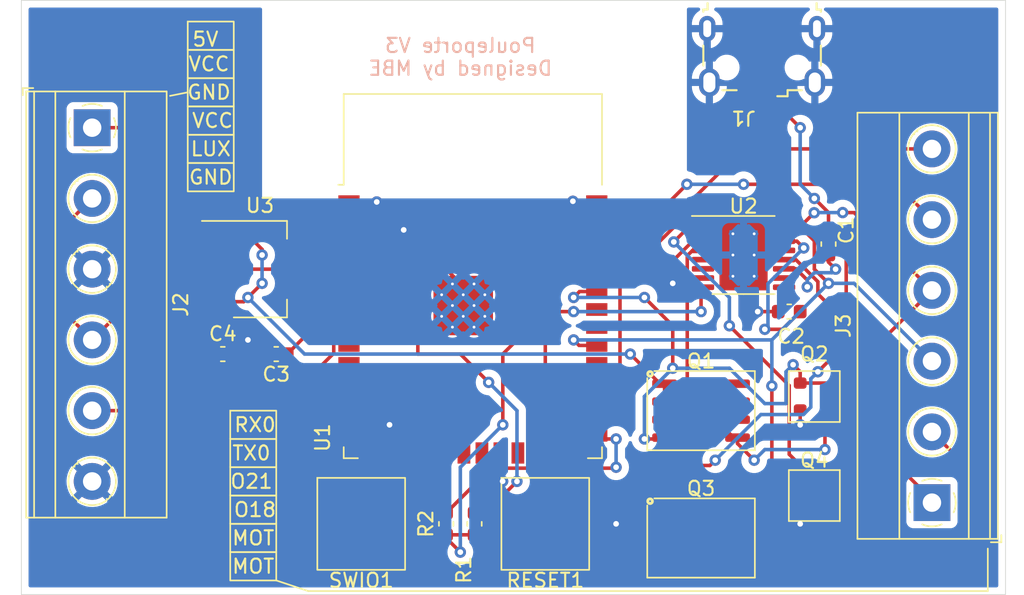
<source format=kicad_pcb>
(kicad_pcb (version 20211014) (generator pcbnew)
  (layers (0 "F.Cu" signal) (31 "B.Cu" signal) (34 "B.Paste" user) (35 "F.Paste" user) (36 "B.SilkS" user "B.Silkscreen") (37 "F.SilkS" user "F.Silkscreen") (38 "B.Mask" user) (39 "F.Mask" user) (44 "Edge.Cuts" user))
  (net 0 "")
  (net 1 "VCC")
  (net 2 "Net-(Q1-Pad4)")
  (net 3 "Net-(Q3-Pad4)")
  (net 4 "Net-(C1-Pad2)")
  (net 5 "Net-(C2-Pad2)")
  (net 6 "Net-(U1-Pad4)")
  (net 7 "Net-(U1-Pad28)")
  (net 8 "Net-(U1-Pad27)")
  (net 9 "5V")
  (net 10 "GND")
  (net 45 "Net-(U1-Pad34)")
  (net 46 "Net-(U1-Pad35)")
  (net 54 "Net-(R1-Pad2)")
  (net 55 "Net-(R2-Pad2)")
  (net 56 "Net-(Q1-Pad5)")
  (net 57 "Net-(Q3-Pad5)")
  (footprint "TerminalBlock_Phoenix:TerminalBlock_Phoenix_MKDS-1,5-6_1x06_P5.00mm_Horizontal" (layer "F.Cu") (at 82 52 -90)
    (fp_text reference "J2" (at 12.5 -6.26 90) (layer "F.SilkS"))
    (fp_text value "Conn_01x06_Female")
    (pad "1" thru_hole rect (at 0 0 270) (size 2.6 2.6) (drill 1.3) (layers *.Cu *.Mask) (net 9 "5V"))
    (pad "2" thru_hole circle (at 5 0 270) (size 2.6 2.6) (drill 1.3) (layers *.Cu *.Mask) (net 1 "VCC"))
    (pad "3" thru_hole circle (at 10 0 270) (size 2.6 2.6) (drill 1.3) (layers *.Cu *.Mask) (net 10 "GND"))
    (pad "4" thru_hole circle (at 15 0 270) (size 2.6 2.6) (drill 1.3) (layers *.Cu *.Mask) (net 1 "VCC"))
    (pad "5" thru_hole circle (at 20 0 270) (size 2.6 2.6) (drill 1.3) (layers *.Cu *.Mask) (net 6 "Net-(U1-Pad4)"))
    (pad "6" thru_hole circle (at 25 0 270) (size 2.6 2.6) (drill 1.3) (layers *.Cu *.Mask) (net 10 "GND"))
  )
  (footprint "Library:interrupteur" (layer "F.Cu") (at 96.8 77.75)
    (fp_text reference "SWIO1" (at 4.2 6.25 unlocked) (layer "F.SilkS"))
    (fp_text value "SW_Push_Open")
    (pad "1" smd roundrect (at 0 0) (size 1.2 0.7) (layers "F.Cu" "F.Paste" "F.Mask") (net 10 "GND"))
    (pad "1" smd roundrect (at 8.4 0) (size 1.2 0.7) (layers "F.Cu" "F.Paste" "F.Mask") (net 10 "GND"))
    (pad "2" smd roundrect (at 0 4.5) (size 1.2 0.7) (layers "F.Cu" "F.Paste" "F.Mask") (net 55 "Net-(R2-Pad2)"))
    (pad "2" smd roundrect (at 8.4 4.5) (size 1.2 0.7) (layers "F.Cu" "F.Paste" "F.Mask") (net 55 "Net-(R2-Pad2)"))
  )
  (footprint "Capacitor_SMD:C_0603_1608Metric" (layer "F.Cu") (at 131.225 65)
    (fp_text reference "C2" (at 0.14058 1.75) (layer "F.SilkS"))
    (fp_text value "2.2uf")
    (pad "1" smd roundrect (at -0.775 0) (size 0.9 0.95) (layers "F.Cu" "F.Paste" "F.Mask") (net 10 "GND"))
    (pad "2" smd roundrect (at 0.775 0) (size 0.9 0.95) (layers "F.Cu" "F.Paste" "F.Mask") (net 5 "Net-(C2-Pad2)"))
  )
  (footprint "Capacitor_SMD:C_0603_1608Metric" (layer "F.Cu") (at 95 68 180)
    (fp_text reference "C3" (at 0 -1.43) (layer "F.SilkS"))
    (fp_text value "4.7uF")
    (pad "1" smd roundrect (at -0.775 0 180) (size 0.9 0.95) (layers "F.Cu" "F.Paste" "F.Mask") (net 1 "VCC"))
    (pad "2" smd roundrect (at 0.775 0 180) (size 0.9 0.95) (layers "F.Cu" "F.Paste" "F.Mask") (net 10 "GND"))
  )
  (footprint "Capacitor_SMD:C_0603_1608Metric" (layer "F.Cu") (at 109 80 90)
    (fp_text reference "R1" (at -3.25 -0.75 90) (layer "F.SilkS"))
    (fp_text value "10k")
    (pad "1" smd roundrect (at -0.775 0 90) (size 0.9 0.95) (layers "F.Cu" "F.Paste" "F.Mask") (net 1 "VCC"))
    (pad "2" smd roundrect (at 0.775 0 90) (size 0.9 0.95) (layers "F.Cu" "F.Paste" "F.Mask") (net 54 "Net-(R1-Pad2)"))
  )
  (footprint "Capacitor_SMD:C_0603_1608Metric" (layer "F.Cu") (at 107 80 90)
    (fp_text reference "R2" (at 0 -1.43 90) (layer "F.SilkS"))
    (fp_text value "10k")
    (pad "1" smd roundrect (at -0.775 0 90) (size 0.9 0.95) (layers "F.Cu" "F.Paste" "F.Mask") (net 1 "VCC"))
    (pad "2" smd roundrect (at 0.775 0 90) (size 0.9 0.95) (layers "F.Cu" "F.Paste" "F.Mask") (net 55 "Net-(R2-Pad2)"))
  )
  (footprint "Capacitor_SMD:C_0603_1608Metric" (layer "F.Cu") (at 91.225 68)
    (fp_text reference "C4" (at 0 -1.43) (layer "F.SilkS"))
    (fp_text value "1uF")
    (pad "1" smd roundrect (at -0.775 0) (size 0.9 0.95) (layers "F.Cu" "F.Paste" "F.Mask") (net 9 "5V"))
    (pad "2" smd roundrect (at 0.775 0) (size 0.9 0.95) (layers "F.Cu" "F.Paste" "F.Mask") (net 10 "GND"))
  )
  (footprint "Package_TO_SOT_SMD_AKL:SOT-23" (layer "F.Cu") (at 133 71)
    (fp_text reference "Q2" (at 0 -3) (layer "F.SilkS"))
    (fp_text value "AO3406" hide)
    (pad "1" smd roundrect (at -1 -0.95) (size 0.9 0.8) (layers "F.Cu" "F.Paste" "F.Mask") (net 2 "Net-(Q1-Pad4)"))
    (pad "2" smd roundrect (at -1 0.95) (size 0.9 0.8) (layers "F.Cu" "F.Paste" "F.Mask") (net 10 "GND"))
    (pad "3" smd roundrect (at 1 0) (size 0.9 0.8) (layers "F.Cu" "F.Paste" "F.Mask") (net 56 "Net-(Q1-Pad5)"))
  )
  (footprint "Package_TO_SOT_SMD:SOT-223-3_TabPin2" (layer "F.Cu") (at 93.85 62)
    (fp_text reference "U3" (at 0 -4.5) (layer "F.SilkS"))
    (fp_text value "AP7361ER")
    (pad "1" smd rect (at -3.15 -2.3) (size 2 1.5) (layers "F.Cu" "F.Paste" "F.Mask") (net 10 "GND"))
    (pad "2" smd rect (at -3.15 0) (size 2 1.5) (layers "F.Cu" "F.Paste" "F.Mask") (net 1 "VCC"))
    (pad "2" smd rect (at 3.15 0) (size 2 3.8) (layers "F.Cu" "F.Paste" "F.Mask") (net 1 "VCC"))
    (pad "3" smd rect (at -3.15 2.3) (size 2 1.5) (layers "F.Cu" "F.Paste" "F.Mask") (net 9 "5V"))
  )
  (footprint "Package_SO_AKL:SO-8_3.9x4.9mm_P1.27mm" (layer "F.Cu") (at 125 72)
    (fp_text reference "Q1" (at 0 -3.5) (layer "F.SilkS"))
    (fp_text value "AO4425" hide)
    (pad "1" smd roundrect (at -2.575 -1.905) (size 1.75 0.6) (layers "F.Cu" "F.Paste" "F.Mask") (net 9 "5V"))
    (pad "2" smd roundrect (at -2.575 -0.635) (size 1.75 0.6) (layers "F.Cu" "F.Paste" "F.Mask") (net 9 "5V"))
    (pad "3" smd roundrect (at -2.575 0.635) (size 1.75 0.6) (layers "F.Cu" "F.Paste" "F.Mask") (net 9 "5V"))
    (pad "4" smd roundrect (at -2.575 1.905) (size 1.75 0.6) (layers "F.Cu" "F.Paste" "F.Mask") (net 2 "Net-(Q1-Pad4)"))
    (pad "5" smd roundrect (at 2.575 1.905) (size 1.75 0.6) (layers "F.Cu" "F.Paste" "F.Mask") (net 56 "Net-(Q1-Pad5)"))
    (pad "6" smd roundrect (at 2.575 0.635) (size 1.75 0.6) (layers "F.Cu" "F.Paste" "F.Mask"))
    (pad "7" smd roundrect (at 2.575 -0.635) (size 1.75 0.6) (layers "F.Cu" "F.Paste" "F.Mask"))
    (pad "8" smd roundrect (at 2.575 -1.905) (size 1.75 0.6) (layers "F.Cu" "F.Paste" "F.Mask"))
  )
  (footprint "Package_SO:HTSSOP-16-1EP_4.4x5mm_P0.65mm_EP3.4x5mm_Mask2.46x2.31mm_ThermalVias" (layer "F.Cu") (at 128 61)
    (fp_text reference "U2" (at 0 -3.45) (layer "F.SilkS"))
    (fp_text value "DRV8833PWP")
    (pad "1" smd roundrect (at -2.8625 -2.275) (size 1.575 0.4) (layers "F.Cu" "F.Paste" "F.Mask") (net 8 "Net-(U1-Pad27)"))
    (pad "2" smd roundrect (at -2.8625 -1.625) (size 1.575 0.4) (layers "F.Cu" "F.Paste" "F.Mask") (net 57 "Net-(Q3-Pad5)"))
    (pad "3" smd roundrect (at -2.8625 -0.975) (size 1.575 0.4) (layers "F.Cu" "F.Paste" "F.Mask") (net 10 "GND"))
    (pad "4" smd roundrect (at -2.8625 -0.325) (size 1.575 0.4) (layers "F.Cu" "F.Paste" "F.Mask") (net 56 "Net-(Q1-Pad5)"))
    (pad "5" smd roundrect (at -2.8625 0.325) (size 1.575 0.4) (layers "F.Cu" "F.Paste" "F.Mask"))
    (pad "6" smd roundrect (at -2.8625 0.975) (size 1.575 0.4) (layers "F.Cu" "F.Paste" "F.Mask"))
    (pad "7" smd roundrect (at -2.8625 1.625) (size 1.575 0.4) (layers "F.Cu" "F.Paste" "F.Mask"))
    (pad "8" smd roundrect (at -2.8625 2.275) (size 1.575 0.4) (layers "F.Cu" "F.Paste" "F.Mask") (net 7 "Net-(U1-Pad28)"))
    (pad "9" smd roundrect (at 2.8625 2.275) (size 1.575 0.4) (layers "F.Cu" "F.Paste" "F.Mask"))
    (pad "10" smd roundrect (at 2.8625 1.625) (size 1.575 0.4) (layers "F.Cu" "F.Paste" "F.Mask"))
    (pad "11" smd roundrect (at 2.8625 0.975) (size 1.575 0.4) (layers "F.Cu" "F.Paste" "F.Mask") (net 4 "Net-(C1-Pad2)"))
    (pad "12" smd roundrect (at 2.8625 0.325) (size 1.575 0.4) (layers "F.Cu" "F.Paste" "F.Mask") (net 9 "5V"))
    (pad "13" smd roundrect (at 2.8625 -0.325) (size 1.575 0.4) (layers "F.Cu" "F.Paste" "F.Mask") (net 10 "GND"))
    (pad "14" smd roundrect (at 2.8625 -0.975) (size 1.575 0.4) (layers "F.Cu" "F.Paste" "F.Mask") (net 5 "Net-(C2-Pad2)"))
    (pad "15" smd roundrect (at 2.8625 -1.625) (size 1.575 0.4) (layers "F.Cu" "F.Paste" "F.Mask") (net 3 "Net-(Q3-Pad4)"))
    (pad "16" smd roundrect (at 2.8625 -2.275) (size 1.575 0.4) (layers "F.Cu" "F.Paste" "F.Mask") (net 2 "Net-(Q1-Pad4)"))
    (pad "17" thru_hole circle (at 0.75 -1.5) (size 0.5 0.5) (drill 0.2) (layers *.Cu) (net 10 "GND"))
    (pad "17" thru_hole circle (at -0.75 0) (size 0.5 0.5) (drill 0.2) (layers *.Cu) (net 10 "GND"))
    (pad "17" smd rect (at 0 0) (size 2 3.5) (layers "B.Cu") (net 10 "GND"))
    (pad "17" thru_hole circle (at 0.75 0) (size 0.5 0.5) (drill 0.2) (layers *.Cu) (net 10 "GND"))
    (pad "17" thru_hole circle (at 0.75 1.5) (size 0.5 0.5) (drill 0.2) (layers *.Cu) (net 10 "GND"))
    (pad "17" thru_hole circle (at -0.75 1.5) (size 0.5 0.5) (drill 0.2) (layers *.Cu) (net 10 "GND"))
    (pad "17" smd rect (at 0 0) (size 3.4 5) (layers "F.Cu") (net 10 "GND"))
    (pad "17" thru_hole circle (at -0.75 -1.5) (size 0.5 0.5) (drill 0.2) (layers *.Cu) (net 10 "GND"))
  )
  (footprint "Package_SO_AKL:SO-8_3.9x4.9mm_P1.27mm" (layer "F.Cu") (at 125 81)
    (fp_text reference "Q3" (at 0 -3.5) (layer "F.SilkS"))
    (fp_text value "AO4425" hide)
    (pad "1" smd roundrect (at -2.575 -1.905) (size 1.75 0.6) (layers "F.Cu" "F.Paste" "F.Mask") (net 9 "5V"))
    (pad "2" smd roundrect (at -2.575 -0.635) (size 1.75 0.6) (layers "F.Cu" "F.Paste" "F.Mask"))
    (pad "3" smd roundrect (at -2.575 0.635) (size 1.75 0.6) (layers "F.Cu" "F.Paste" "F.Mask"))
    (pad "4" smd roundrect (at -2.575 1.905) (size 1.75 0.6) (layers "F.Cu" "F.Paste" "F.Mask") (net 3 "Net-(Q3-Pad4)"))
    (pad "5" smd roundrect (at 2.575 1.905) (size 1.75 0.6) (layers "F.Cu" "F.Paste" "F.Mask") (net 57 "Net-(Q3-Pad5)"))
    (pad "6" smd roundrect (at 2.575 0.635) (size 1.75 0.6) (layers "F.Cu" "F.Paste" "F.Mask"))
    (pad "7" smd roundrect (at 2.575 -0.635) (size 1.75 0.6) (layers "F.Cu" "F.Paste" "F.Mask"))
    (pad "8" smd roundrect (at 2.575 -1.905) (size 1.75 0.6) (layers "F.Cu" "F.Paste" "F.Mask"))
  )
  (footprint "Capacitor_SMD:C_0603_1608Metric" (layer "F.Cu") (at 134 60.225 -90)
    (fp_text reference "C1" (at -0.975 -1.25 90) (layer "F.SilkS"))
    (fp_text value "0.01uF")
    (pad "1" smd roundrect (at -0.775 0 270) (size 0.9 0.95) (layers "F.Cu" "F.Paste" "F.Mask") (net 9 "5V"))
    (pad "2" smd roundrect (at 0.775 0 270) (size 0.9 0.95) (layers "F.Cu" "F.Paste" "F.Mask") (net 4 "Net-(C1-Pad2)"))
  )
  (footprint "Library:interrupteur" (layer "F.Cu") (at 109.8 77.75)
    (fp_text reference "RESET1" (at 4.2 6.25 unlocked) (layer "F.SilkS"))
    (fp_text value "SW_Push_Open")
    (pad "1" smd roundrect (at 0 0) (size 1.2 0.7) (layers "F.Cu" "F.Paste" "F.Mask") (net 10 "GND"))
    (pad "1" smd roundrect (at 8.4 0) (size 1.2 0.7) (layers "F.Cu" "F.Paste" "F.Mask") (net 10 "GND"))
    (pad "2" smd roundrect (at 0 4.5) (size 1.2 0.7) (layers "F.Cu" "F.Paste" "F.Mask") (net 54 "Net-(R1-Pad2)"))
    (pad "2" smd roundrect (at 8.4 4.5) (size 1.2 0.7) (layers "F.Cu" "F.Paste" "F.Mask") (net 54 "Net-(R1-Pad2)"))
  )
  (footprint "Package_TO_SOT_SMD_AKL:SOT-23" (layer "F.Cu") (at 133 78)
    (fp_text reference "Q4" (at 0 -2.5) (layer "F.SilkS"))
    (fp_text value "AO3406" hide)
    (pad "1" smd roundrect (at -1 -0.95) (size 0.9 0.8) (layers "F.Cu" "F.Paste" "F.Mask") (net 3 "Net-(Q3-Pad4)"))
    (pad "2" smd roundrect (at -1 0.95) (size 0.9 0.8) (layers "F.Cu" "F.Paste" "F.Mask") (net 10 "GND"))
    (pad "3" smd roundrect (at 1 0) (size 0.9 0.8) (layers "F.Cu" "F.Paste" "F.Mask") (net 57 "Net-(Q3-Pad5)"))
  )
  (footprint "usb:USB_aliexpress" (layer "F.Cu") (at 128 50.82 180)
    (fp_text reference "J1" (at 0 -0.5 180 unlocked) (layer "F.SilkS"))
    (fp_text value "USB_B_Micro")
    (pad "" np_thru_hole oval (at 1.19 3.07 180) (size 0.8 0.8) (drill 0.8) (layers *.Mask "F.Cu" "In1.Cu" "B.Cu"))
    (pad "" np_thru_hole oval (at -3.81 3.07 180) (size 0.8 0.8) (drill 0.8) (layers *.Mask "F.Cu" "In1.Cu" "B.Cu"))
    (pad "1" smd rect (at -2.61 1.97 180) (size 0.45 1.3) (layers "F.Cu" "F.Paste" "F.Mask") (net 9 "5V"))
    (pad "2" smd rect (at -1.96 1.97 180) (size 0.45 1.3) (layers "F.Cu" "F.Paste" "F.Mask"))
    (pad "3" smd rect (at -1.31 1.97 180) (size 0.45 1.3) (layers "F.Cu" "F.Paste" "F.Mask"))
    (pad "4" smd rect (at -0.66 1.97 180) (size 0.45 1.3) (layers "F.Cu" "F.Paste" "F.Mask"))
    (pad "5" smd rect (at -0.01 1.97 180) (size 0.45 1.3) (layers "F.Cu" "F.Paste" "F.Mask") (net 10 "GND"))
    (pad "6" thru_hole oval (at -5.185 5.82 180) (size 1.15 1.8) (drill oval 0.55 1.2) (layers *.Mask "F.Cu" "In1.Cu" "B.Cu") (net 10 "GND"))
    (pad "6" thru_hole oval (at -5.035 2.02 180) (size 1.45 2) (drill oval 0.85 1.4) (layers *.Mask "F.Cu" "In1.Cu" "B.Cu") (net 10 "GND"))
    (pad "6" thru_hole oval (at 2.565 5.82 180) (size 1.15 1.8) (drill oval 0.55 1.2) (layers *.Mask "F.Cu" "In1.Cu" "B.Cu") (net 10 "GND"))
    (pad "6" thru_hole oval (at 2.415 2.02 180) (size 1.45 2) (drill oval 0.85 1.4) (layers *.Mask "F.Cu" "In1.Cu" "B.Cu") (net 10 "GND"))
  )
  (footprint "RF_Module:ESP32-WROOM-32" (layer "F.Cu") (at 108.885 65.48)
    (fp_text reference "U1" (at -10.61 8.43 90) (layer "F.SilkS"))
    (fp_text value "ESP32-WROOM-32")
    (pad "1" smd rect (at -8.75 -8.25) (size 1.5 0.9) (layers "F.Cu" "F.Paste" "F.Mask") (net 10 "GND"))
    (pad "2" smd rect (at -8.75 -6.98) (size 1.5 0.9) (layers "F.Cu" "F.Paste" "F.Mask") (net 1 "VCC"))
    (pad "3" smd rect (at -8.75 -5.71) (size 1.5 0.9) (layers "F.Cu" "F.Paste" "F.Mask") (net 54 "Net-(R1-Pad2)"))
    (pad "4" smd rect (at -8.75 -4.44) (size 1.5 0.9) (layers "F.Cu" "F.Paste" "F.Mask") (net 6 "Net-(U1-Pad4)"))
    (pad "5" smd rect (at -8.75 -3.17) (size 1.5 0.9) (layers "F.Cu" "F.Paste" "F.Mask"))
    (pad "6" smd rect (at -8.75 -1.9) (size 1.5 0.9) (layers "F.Cu" "F.Paste" "F.Mask"))
    (pad "7" smd rect (at -8.75 -0.63) (size 1.5 0.9) (layers "F.Cu" "F.Paste" "F.Mask"))
    (pad "8" smd rect (at -8.75 0.64) (size 1.5 0.9) (layers "F.Cu" "F.Paste" "F.Mask"))
    (pad "9" smd rect (at -8.75 1.91) (size 1.5 0.9) (layers "F.Cu" "F.Paste" "F.Mask"))
    (pad "10" smd rect (at -8.75 3.18) (size 1.5 0.9) (layers "F.Cu" "F.Paste" "F.Mask"))
    (pad "11" smd rect (at -8.75 4.45) (size 1.5 0.9) (layers "F.Cu" "F.Paste" "F.Mask"))
    (pad "12" smd rect (at -8.75 5.72) (size 1.5 0.9) (layers "F.Cu" "F.Paste" "F.Mask"))
    (pad "13" smd rect (at -8.75 6.99) (size 1.5 0.9) (layers "F.Cu" "F.Paste" "F.Mask"))
    (pad "14" smd rect (at -8.75 8.26) (size 1.5 0.9) (layers "F.Cu" "F.Paste" "F.Mask"))
    (pad "15" smd rect (at -5.71 9.51 90) (size 1.5 0.9) (layers "F.Cu" "F.Paste" "F.Mask") (net 10 "GND"))
    (pad "16" smd rect (at -4.44 9.51 90) (size 1.5 0.9) (layers "F.Cu" "F.Paste" "F.Mask"))
    (pad "17" smd rect (at -3.17 9.51 90) (size 1.5 0.9) (layers "F.Cu" "F.Paste" "F.Mask"))
    (pad "18" smd rect (at -1.9 9.51 90) (size 1.5 0.9) (layers "F.Cu" "F.Paste" "F.Mask"))
    (pad "19" smd rect (at -0.63 9.51 90) (size 1.5 0.9) (layers "F.Cu" "F.Paste" "F.Mask"))
    (pad "20" smd rect (at 0.64 9.51 90) (size 1.5 0.9) (layers "F.Cu" "F.Paste" "F.Mask"))
    (pad "21" smd rect (at 1.91 9.51 90) (size 1.5 0.9) (layers "F.Cu" "F.Paste" "F.Mask"))
    (pad "22" smd rect (at 3.18 9.51 90) (size 1.5 0.9) (layers "F.Cu" "F.Paste" "F.Mask"))
    (pad "23" smd rect (at 4.45 9.51 90) (size 1.5 0.9) (layers "F.Cu" "F.Paste" "F.Mask"))
    (pad "24" smd rect (at 5.72 9.51 90) (size 1.5 0.9) (layers "F.Cu" "F.Paste" "F.Mask"))
    (pad "25" smd rect (at 8.75 8.26) (size 1.5 0.9) (layers "F.Cu" "F.Paste" "F.Mask") (net 55 "Net-(R2-Pad2)"))
    (pad "26" smd rect (at 8.75 6.99) (size 1.5 0.9) (layers "F.Cu" "F.Paste" "F.Mask"))
    (pad "27" smd rect (at 8.75 5.72) (size 1.5 0.9) (layers "F.Cu" "F.Paste" "F.Mask") (net 8 "Net-(U1-Pad27)"))
    (pad "28" smd rect (at 8.75 4.45) (size 1.5 0.9) (layers "F.Cu" "F.Paste" "F.Mask") (net 7 "Net-(U1-Pad28)"))
    (pad "29" smd rect (at 8.75 3.18) (size 1.5 0.9) (layers "F.Cu" "F.Paste" "F.Mask"))
    (pad "30" smd rect (at 8.75 1.91) (size 1.5 0.9) (layers "F.Cu" "F.Paste" "F.Mask") (net 3 "Net-(Q3-Pad4)"))
    (pad "31" smd rect (at 8.75 0.64) (size 1.5 0.9) (layers "F.Cu" "F.Paste" "F.Mask"))
    (pad "32" smd rect (at 8.75 -0.63) (size 1.5 0.9) (layers "F.Cu" "F.Paste" "F.Mask"))
    (pad "33" smd rect (at 8.75 -1.9) (size 1.5 0.9) (layers "F.Cu" "F.Paste" "F.Mask") (net 2 "Net-(Q1-Pad4)"))
    (pad "34" smd rect (at 8.75 -3.17) (size 1.5 0.9) (layers "F.Cu" "F.Paste" "F.Mask") (net 45 "Net-(U1-Pad34)"))
    (pad "35" smd rect (at 8.75 -4.44) (size 1.5 0.9) (layers "F.Cu" "F.Paste" "F.Mask") (net 46 "Net-(U1-Pad35)"))
    (pad "36" smd rect (at 8.75 -5.71) (size 1.5 0.9) (layers "F.Cu" "F.Paste" "F.Mask"))
    (pad "37" smd rect (at 8.75 -6.98) (size 1.5 0.9) (layers "F.Cu" "F.Paste" "F.Mask"))
    (pad "38" smd rect (at 8.75 -8.25) (size 1.5 0.9) (layers "F.Cu" "F.Paste" "F.Mask") (net 10 "GND"))
    (pad "39" thru_hole circle (at -0.68 -1.6725) (size 0.475 0.475) (drill 0.2) (layers *.Cu "F.Mask") (net 10 "GND"))
    (pad "39" thru_hole circle (at 0.845 -1.6725) (size 0.475 0.475) (drill 0.2) (layers *.Cu "F.Mask") (net 10 "GND"))
    (pad "39" smd rect (at -2.205 -2.435) (size 1.05 1.05) (layers "F.Cu" "F.Paste") (net 10 "GND"))
    (pad "39" smd rect (at -0.68 0.615) (size 1.05 1.05) (layers "F.Cu" "F.Paste") (net 10 "GND"))
    (pad "39" thru_hole circle (at -0.68 -0.1475) (size 0.475 0.475) (drill 0.2) (layers *.Cu "F.Mask") (net 10 "GND"))
    (pad "39" smd rect (at -0.68 -2.435) (size 1.05 1.05) (layers "F.Cu" "F.Paste") (net 10 "GND"))
    (pad "39" thru_hole circle (at -2.205 -0.1475) (size 0.475 0.475) (drill 0.2) (layers *.Cu "F.Mask") (net 10 "GND"))
    (pad "39" thru_hole circle (at 0.0825 -2.435) (size 0.475 0.475) (drill 0.2) (layers *.Cu "F.Mask") (net 10 "GND"))
    (pad "39" thru_hole circle (at -1.4425 -2.435) (size 0.475 0.475) (drill 0.2) (layers *.Cu "F.Mask") (net 10 "GND"))
    (pad "39" smd rect (at 0.845 -0.91) (size 1.05 1.05) (layers "F.Cu" "F.Paste") (net 10 "GND"))
    (pad "39" smd rect (at -0.68 -0.91) (size 4.2 4.2) (layers "F.Cu" "F.Mask") (net 10 "GND"))
    (pad "39" smd rect (at -2.205 -0.91) (size 1.05 1.05) (layers "F.Cu" "F.Paste") (net 10 "GND"))
    (pad "39" smd rect (at 0.845 0.615) (size 1.05 1.05) (layers "F.Cu" "F.Paste") (net 10 "GND"))
    (pad "39" smd rect (at -2.205 0.615) (size 1.05 1.05) (layers "F.Cu" "F.Paste") (net 10 "GND"))
    (pad "39" smd rect (at -0.68 -0.91) (size 1.05 1.05) (layers "F.Cu" "F.Paste") (net 10 "GND"))
    (pad "39" thru_hole circle (at -2.205 -1.6725) (size 0.475 0.475) (drill 0.2) (layers *.Cu "F.Mask") (net 10 "GND"))
    (pad "39" thru_hole circle (at 0.0825 -0.91) (size 0.475 0.475) (drill 0.2) (layers *.Cu "F.Mask") (net 10 "GND"))
    (pad "39" smd rect (at 0.845 -2.435) (size 1.05 1.05) (layers "F.Cu" "F.Paste") (net 10 "GND"))
    (pad "39" thru_hole circle (at 0.0825 0.615) (size 0.475 0.475) (drill 0.2) (layers *.Cu "F.Mask") (net 10 "GND"))
    (pad "39" thru_hole circle (at -1.4425 0.615) (size 0.475 0.475) (drill 0.2) (layers *.Cu "F.Mask") (net 10 "GND"))
    (pad "39" thru_hole circle (at -1.4425 -0.91) (size 0.475 0.475) (drill 0.2) (layers *.Cu "F.Mask") (net 10 "GND"))
    (pad "39" thru_hole circle (at 0.845 -0.1475) (size 0.475 0.475) (drill 0.2) (layers *.Cu "F.Mask") (net 10 "GND"))
    (zone (net 0) (net_name "") (layers *.Cu) (connect_pads (clearance 0)) (min_thickness 0.254)
      (keepout (tracks not_allowed) (vias not_allowed) (pads not_allowed) (copperpour not_allowed) (footprints not_allowed))
      (fill (thermal_gap 0.508) (thermal_bridge_width 0.508))
      (polygon (pts (xy 94.885 55.51) (xy 122.885 55.51) (xy 122.885 44.73) (xy 94.885 44.73)))
    )
  )
  (footprint "TerminalBlock_Phoenix:TerminalBlock_Phoenix_MKDS-1,5-6_1x06_P5.00mm_Horizontal" (layer "F.Cu") (at 141.305 78.5 90)
    (fp_text reference "J3" (at 12.5 -6.26 90) (layer "F.SilkS"))
    (fp_text value "Conn_01x06_Female")
    (pad "1" thru_hole rect (at 0 0 90) (size 2.6 2.6) (drill 1.3) (layers *.Cu *.Mask) (net 56 "Net-(Q1-Pad5)"))
    (pad "2" thru_hole circle (at 5 0 90) (size 2.6 2.6) (drill 1.3) (layers *.Cu *.Mask) (net 57 "Net-(Q3-Pad5)"))
    (pad "3" thru_hole circle (at 10 0 90) (size 2.6 2.6) (drill 1.3) (layers *.Cu *.Mask) (net 3 "Net-(Q3-Pad4)"))
    (pad "4" thru_hole circle (at 15 0 90) (size 2.6 2.6) (drill 1.3) (layers *.Cu *.Mask) (net 2 "Net-(Q1-Pad4)"))
    (pad "5" thru_hole circle (at 20 0 90) (size 2.6 2.6) (drill 1.3) (layers *.Cu *.Mask) (net 46 "Net-(U1-Pad35)"))
    (pad "6" thru_hole circle (at 25 0 90) (size 2.6 2.6) (drill 1.3) (layers *.Cu *.Mask) (net 45 "Net-(U1-Pad34)"))
  )
  (gr_rect (start 88.75 50.5) (end 92 52.5) (layer "F.SilkS") (width 0.12) (fill none))
  (gr_line (start 88.75 49.5) (end 87.5 49.75) (layer "F.SilkS") (width 0.12))
  (gr_rect (start 91.75 76) (end 95 78) (layer "F.SilkS") (width 0.12) (fill none))
  (gr_rect (start 88.75 48.5) (end 92 50.5) (layer "F.SilkS") (width 0.12) (fill none))
  (gr_rect (start 91.75 82) (end 95 84) (layer "F.SilkS") (width 0.12) (fill none))
  (gr_rect (start 91.75 78) (end 95 80) (layer "F.SilkS") (width 0.12) (fill none))
  (gr_rect (start 88.75 46.5) (end 92 48.5) (layer "F.SilkS") (width 0.12) (fill none))
  (gr_line (start 145.25 84.75) (end 145.25 81.75) (layer "F.SilkS") (width 0.12))
  (gr_rect (start 88.75 54.5) (end 92 56.5) (layer "F.SilkS") (width 0.12) (fill none))
  (gr_line (start 97.25 84.75) (end 145.25 84.75) (layer "F.SilkS") (width 0.12))
  (gr_rect (start 91.75 74) (end 95 76) (layer "F.SilkS") (width 0.12) (fill none))
  (gr_rect (start 88.75 52.5) (end 92 54.5) (layer "F.SilkS") (width 0.12) (fill none))
  (gr_rect (start 91.75 72) (end 95 74) (layer "F.SilkS") (width 0.12) (fill none))
  (gr_line (start 95 84) (end 97.25 84.75) (layer "F.SilkS") (width 0.12))
  (gr_rect (start 88.75 44.5) (end 92 46.5) (layer "F.SilkS") (width 0.12) (fill none))
  (gr_rect (start 91.75 80) (end 95 82) (layer "F.SilkS") (width 0.12) (fill none))
  (gr_rect (start 77 43) (end 146.5 85) (layer "Edge.Cuts") (width 0.05) (fill none))
  (gr_text "Pouleporte V3\nDesigned by MBE\n" (at 108 47) (layer "B.SilkS") (effects (font (size 1 1)) (justify mirror)))
  (gr_text "GND\n" (at 90.375 55.5) (layer "F.SilkS") (effects (font (size 1 1))))
  (gr_text "TX0" (at 93.25 75) (layer "F.SilkS") (effects (font (size 1 1))))
  (gr_text "RX0" (at 93.5 73) (layer "F.SilkS") (effects (font (size 1 1))))
  (gr_text "VCC" (at 90.5 51.5) (layer "F.SilkS") (effects (font (size 1 1))))
  (gr_text "5V\n" (at 90 45.75) (layer "F.SilkS") (effects (font (size 1 1))))
  (gr_text "MOT\n" (at 93.375 81) (layer "F.SilkS") (effects (font (size 1 1))))
  (gr_text "GND\n" (at 90.25 49.5) (layer "F.SilkS") (effects (font (size 1 1))))
  (gr_text "O21" (at 93.25 77) (layer "F.SilkS") (effects (font (size 1 1))))
  (gr_text "LUX" (at 90.375 53.5) (layer "F.SilkS") (effects (font (size 1 1))))
  (gr_text "VCC" (at 90.25 47.5) (layer "F.SilkS") (effects (font (size 1 1))))
  (gr_text "O18" (at 93.5 79) (layer "F.SilkS") (effects (font (size 1 1))))
  (gr_text "MOT" (at 93.375 83) (layer "F.SilkS") (effects (font (size 1 1))))
  (segment (start 112 59) (end 111.5 58.5) (width 0.25) (layer "F.Cu") (net 1))
  (segment (start 97 62) (end 97 61.1) (width 0.25) (layer "F.Cu") (net 1))
  (segment (start 111 68) (end 114 65) (width 0.25) (layer "F.Cu") (net 1))
  (segment (start 95.775 68) (end 97 66.775) (width 0.25) (layer "F.Cu") (net 1))
  (segment (start 97 62) (end 90.7 62) (width 0.25) (layer "F.Cu") (net 1))
  (segment (start 99.6 58.5) (end 100.135 58.5) (width 0.25) (layer "F.Cu") (net 1))
  (segment (start 114 65) (end 112 63) (width 0.25) (layer "F.Cu") (net 1))
  (segment (start 87 62) (end 82 67) (width 0.25) (layer "F.Cu") (net 1))
  (segment (start 79 64) (end 79 60) (width 0.25) (layer "F.Cu") (net 1))
  (segment (start 107 80.775) (end 109 80.775) (width 0.25) (layer "F.Cu") (net 1))
  (segment (start 111.5 58.5) (end 100.135 58.5) (width 0.25) (layer "F.Cu") (net 1))
  (segment (start 82 67) (end 79 64) (width 0.25) (layer "F.Cu") (net 1))
  (segment (start 111 73) (end 111 68) (width 0.25) (layer "F.Cu") (net 1))
  (segment (start 79 60) (end 82 57) (width 0.25) (layer "F.Cu") (net 1))
  (segment (start 107 81) (end 108 82) (width 0.25) (layer "F.Cu") (net 1))
  (segment (start 97 66.775) (end 97 62) (width 0.25) (layer "F.Cu") (net 1))
  (segment (start 90.7 62) (end 87 62) (width 0.25) (layer "F.Cu") (net 1))
  (segment (start 97 61.1) (end 99.6 58.5) (width 0.25) (layer "F.Cu") (net 1))
  (segment (start 112 63) (end 112 59) (width 0.25) (layer "F.Cu") (net 1))
  (via (at 108 82) (size 0.8) (drill 0.4) (layers "F.Cu" "B.Cu") (net 1))
  (via (at 111 73) (size 0.8) (drill 0.4) (layers "F.Cu" "B.Cu") (net 1))
  (segment (start 108 76) (end 111 73) (width 0.25) (layer "B.Cu") (net 1))
  (segment (start 108 82) (end 108 76) (width 0.25) (layer "B.Cu") (net 1))
  (segment (start 116.42 63.58) (end 116 64) (width 0.25) (layer "F.Cu") (net 2))
  (segment (start 123 66) (end 123 69) (width 0.25) (layer "F.Cu") (net 2))
  (segment (start 121 74) (end 122.33 74) (width 0.25) (layer "F.Cu") (net 2))
  (segment (start 117.635 63.58) (end 116.42 63.58) (width 0.25) (layer "F.Cu") (net 2))
  (segment (start 134.755 70.05) (end 141.305 63.5) (width 0.25) (layer "F.Cu") (net 2))
  (segment (start 132 70.05) (end 132 69.25) (width 0.25) (layer "F.Cu") (net 2))
  (segment (start 132 70.05) (end 134.755 70.05) (width 0.25) (layer "F.Cu") (net 2))
  (segment (start 132 69.25) (end 131.5 68.75) (width 0.25) (layer "F.Cu") (net 2))
  (segment (start 122.33 74) (end 122.425 73.905) (width 0.25) (layer "F.Cu") (net 2))
  (segment (start 121 64) (end 123 66) (width 0.25) (layer "F.Cu") (net 2))
  (segment (start 132.275 58.725) (end 132.987701 58.012299) (width 0.25) (layer "F.Cu") (net 2))
  (segment (start 135.805 58) (end 135 58) (width 0.25) (layer "F.Cu") (net 2))
  (segment (start 130.8625 58.725) (end 132.275 58.725) (width 0.25) (layer "F.Cu") (net 2))
  (segment (start 141.305 63.5) (end 135.805 58) (width 0.25) (layer "F.Cu") (net 2))
  (via (at 131.5 68.75) (size 0.8) (drill 0.4) (layers "F.Cu" "B.Cu") (net 2))
  (via (at 135 58) (size 0.8) (drill 0.4) (layers "F.Cu" "B.Cu") (net 2))
  (via (at 121 64) (size 0.8) (drill 0.4) (layers "F.Cu" "B.Cu") (net 2))
  (via (at 116 64) (size 0.8) (drill 0.4) (layers "F.Cu" "B.Cu") (net 2))
  (via (at 121 74) (size 0.8) (drill 0.4) (layers "F.Cu" "B.Cu") (net 2))
  (via (at 123 69) (size 0.8) (drill 0.4) (layers "F.Cu" "B.Cu") (net 2))
  (via (at 132.987701 58.012299) (size 0.8) (drill 0.4) (layers "F.Cu" "B.Cu") (net 2))
  (segment (start 129.5 71.5) (end 127 69) (width 0.25) (layer "B.Cu") (net 2))
  (segment (start 121 71) (end 121 74) (width 0.25) (layer "B.Cu") (net 2))
  (segment (start 131.5 68.75) (end 131 69.25) (width 0.25) (layer "B.Cu") (net 2))
  (segment (start 131 71.5) (end 129.5 71.5) (width 0.25) (layer "B.Cu") (net 2))
  (segment (start 123 69) (end 121 71) (width 0.25) (layer "B.Cu") (net 2))
  (segment (start 116 64) (end 121 64) (width 0.25) (layer "B.Cu") (net 2))
  (segment (start 127 69) (end 123 69) (width 0.25) (layer "B.Cu") (net 2))
  (segment (start 133 58) (end 132.987701 58.012299) (width 0.25) (layer "B.Cu") (net 2))
  (segment (start 131 69.25) (end 131 71.5) (width 0.25) (layer "B.Cu") (net 2))
  (segment (start 135 58) (end 133 58) (width 0.25) (layer "B.Cu") (net 2))
  (segment (start 131.3 77.05) (end 130 75.75) (width 0.25) (layer "F.Cu") (net 3))
  (segment (start 123.488249 82.905) (end 126.653249 79.74) (width 0.25) (layer "F.Cu") (net 3))
  (segment (start 122.425 82.905) (end 123.488249 82.905) (width 0.25) (layer "F.Cu") (net 3))
  (segment (start 133 60) (end 132.375 59.375) (width 0.25) (layer "F.Cu") (net 3))
  (segment (start 134 63) (end 133 62) (width 0.25) (layer "F.Cu") (net 3))
  (segment (start 116.39 67.39) (end 116 67) (width 0.25) (layer "F.Cu") (net 3))
  (segment (start 132 77.05) (end 131.3 77.05) (width 0.25) (layer "F.Cu") (net 3))
  (segment (start 130 75.75) (end 130 70.25) (width 0.25) (layer "F.Cu") (net 3))
  (segment (start 129.31 79.74) (end 132 77.05) (width 0.25) (layer "F.Cu") (net 3))
  (segment (start 133 62) (end 133 60) (width 0.25) (layer "F.Cu") (net 3))
  (segment (start 117.635 67.39) (end 116.39 67.39) (width 0.25) (layer "F.Cu") (net 3))
  (segment (start 132.375 59.375) (end 130.8625 59.375) (width 0.25) (layer "F.Cu") (net 3))
  (segment (start 126.653249 79.74) (end 129.31 79.74) (width 0.25) (layer "F.Cu") (net 3))
  (via (at 130 70.25) (size 0.8) (drill 0.4) (layers "F.Cu" "B.Cu") (net 3))
  (via (at 116 67) (size 0.8) (drill 0.4) (layers "F.Cu" "B.Cu") (net 3))
  (via (at 134 63) (size 0.8) (drill 0.4) (layers "F.Cu" "B.Cu") (net 3))
  (segment (start 130 67) (end 134 63) (width 0.25) (layer "B.Cu") (net 3))
  (segment (start 116 67) (end 130 67) (width 0.25) (layer "B.Cu") (net 3))
  (segment (start 135.805 63) (end 134 63) (width 0.25) (layer "B.Cu") (net 3))
  (segment (start 141.305 68.5) (end 135.805 63) (width 0.25) (layer "B.Cu") (net 3))
  (segment (start 130 70.25) (end 130 67) (width 0.25) (layer "B.Cu") (net 3))
  (segment (start 134 61.5) (end 134.5 62) (width 0.25) (layer "F.Cu") (net 4))
  (segment (start 132.5 62.772792) (end 132.5 63.25) (width 0.25) (layer "F.Cu") (net 4))
  (segment (start 134 61) (end 134 61.5) (width 0.25) (layer "F.Cu") (net 4))
  (segment (start 131.702208 61.975) (end 132.5 62.772792) (width 0.25) (layer "F.Cu") (net 4))
  (segment (start 130.8625 61.975) (end 131.702208 61.975) (width 0.25) (layer "F.Cu") (net 4))
  (via (at 134.5 62) (size 0.8) (drill 0.4) (layers "F.Cu" "B.Cu") (net 4))
  (via (at 132.5 63.25) (size 0.8) (drill 0.4) (layers "F.Cu" "B.Cu") (net 4))
  (segment (start 133 62.25) (end 132.5 62.75) (width 0.25) (layer "B.Cu") (net 4))
  (segment (start 134.5 62) (end 134.25 62.25) (width 0.25) (layer "B.Cu") (net 4))
  (segment (start 134.25 62.25) (end 133 62.25) (width 0.25) (layer "B.Cu") (net 4))
  (segment (start 132.5 62.75) (end 132.5 63.25) (width 0.25) (layer "B.Cu") (net 4))
  (segment (start 130.75 66.25) (end 132 65) (width 0.25) (layer "F.Cu") (net 5))
  (segment (start 131.775 60.025) (end 132.25 60.5) (width 0.25) (layer "F.Cu") (net 5))
  (segment (start 130.8625 60.025) (end 131.775 60.025) (width 0.25) (layer "F.Cu") (net 5))
  (segment (start 129.5 66.25) (end 130.75 66.25) (width 0.25) (layer "F.Cu") (net 5))
  (via (at 129.5 66.25) (size 0.8) (drill 0.4) (layers "F.Cu" "B.Cu") (net 5))
  (via (at 132.25 60.5) (size 0.8) (drill 0.4) (layers "F.Cu" "B.Cu") (net 5))
  (segment (start 129.725 66.025) (end 129.5 66.25) (width 0.25) (layer "B.Cu") (net 5))
  (segment (start 132.25 60.5) (end 129.725 63.025) (width 0.25) (layer "B.Cu") (net 5))
  (segment (start 129.725 63.025) (end 129.725 66.025) (width 0.25) (layer "B.Cu") (net 5))
  (segment (start 99.06 61.535) (end 100 61.535) (width 0.25) (layer "F.Cu") (net 6))
  (segment (start 99.06 67.94) (end 99.06 61.535) (width 0.25) (layer "F.Cu") (net 6))
  (segment (start 82 72) (end 90.55 72) (width 0.25) (layer "F.Cu") (net 6))
  (segment (start 96 71) (end 99.06 67.94) (width 0.25) (layer "F.Cu") (net 6))
  (segment (start 90.55 72) (end 91.55 71) (width 0.25) (layer "F.Cu") (net 6))
  (segment (start 91.55 71) (end 96 71) (width 0.25) (layer "F.Cu") (net 6))
  (segment (start 114.93 69.93) (end 114 69) (width 0.25) (layer "F.Cu") (net 7))
  (segment (start 114 69) (end 114 66) (width 0.25) (layer "F.Cu") (net 7))
  (segment (start 125 65) (end 125 63.4125) (width 0.25) (layer "F.Cu") (net 7))
  (segment (start 117.635 69.93) (end 114.93 69.93) (width 0.25) (layer "F.Cu") (net 7))
  (segment (start 115 65) (end 116 65) (width 0.25) (layer "F.Cu") (net 7))
  (segment (start 114 66) (end 115 65) (width 0.25) (layer "F.Cu") (net 7))
  (segment (start 125 63.4125) (end 125.1375 63.275) (width 0.25) (layer "F.Cu") (net 7))
  (via (at 116 65) (size 0.8) (drill 0.4) (layers "F.Cu" "B.Cu") (net 7))
  (via (at 125 65) (size 0.8) (drill 0.4) (layers "F.Cu" "B.Cu") (net 7))
  (segment (start 116 65) (end 125 65) (width 0.25) (layer "B.Cu") (net 7))
  (segment (start 118.635 71.2) (end 119.275 70.56) (width 0.25) (layer "F.Cu") (net 8))
  (segment (start 119.275 70.56) (end 119.275 62.835355) (width 0.25) (layer "F.Cu") (net 8))
  (segment (start 117.635 71.2) (end 118.635 71.2) (width 0.25) (layer "F.Cu") (net 8))
  (segment (start 123.385355 58.725) (end 125.1375 58.725) (width 0.25) (layer "F.Cu") (net 8))
  (segment (start 119.275 62.835355) (end 123.385355 58.725) (width 0.25) (layer "F.Cu") (net 8))
  (segment (start 122.095 70.095) (end 120 68) (width 0.25) (layer "F.Cu") (net 9))
  (segment (start 135.25 63.75) (end 135.25 60.5) (width 0.25) (layer "F.Cu") (net 9))
  (segment (start 132 52) (end 130.61 50.61) (width 0.25) (layer "F.Cu") (net 9))
  (segment (start 135 60.25) (end 134.8 60.25) (width 0.25) (layer "F.Cu") (net 9))
  (segment (start 94 60.6) (end 94 61) (width 0.25) (layer "F.Cu") (net 9))
  (segment (start 134.75 64.25) (end 135.25 63.75) (width 0.25) (layer "F.Cu") (net 9))
  (segment (start 134.25 68.25) (end 133.25 69.25) (width 0.25) (layer "F.Cu") (net 9))
  (segment (start 90.7 67.75) (end 90.7 64.3) (width 0.25) (layer "F.Cu") (net 9))
  (segment (start 122.425 70.095) (end 122.095 70.095) (width 0.25) (layer "F.Cu") (net 9))
  (segment (start 134.25 64.25) (end 134.25 68.25) (width 0.25) (layer "F.Cu") (net 9))
  (segment (start 122.701751 72.635) (end 122.425 72.635) (width 0.25) (layer "F.Cu") (net 9))
  (segment (start 82 52) (end 85.4 52) (width 0.25) (layer "F.Cu") (net 9))
  (segment (start 122.425 79.095) (end 123.625 77.895) (width 0.25) (layer "F.Cu") (net 9))
  (segment (start 123.625 77.895) (end 123.625 75.875) (width 0.25) (layer "F.Cu") (net 9))
  (segment (start 134 59.45) (end 134 58) (width 0.25) (layer "F.Cu") (net 9))
  (segment (start 123.625 73.558249) (end 122.701751 72.635) (width 0.25) (layer "F.Cu") (net 9))
  (segment (start 131.688604 61.325) (end 133.25 62.886396) (width 0.25) (layer "F.Cu") (net 9))
  (segment (start 122.425 72.635) (end 122.425 70.095) (width 0.25) (layer "F.Cu") (net 9))
  (segment (start 126 75.5) (end 125.625 75.875) (width 0.25) (layer "F.Cu") (net 9))
  (segment (start 134.25 64.25) (end 134.75 64.25) (width 0.25) (layer "F.Cu") (net 9))
  (segment (start 94 63) (end 92.7 64.3) (width 0.25) (layer "F.Cu") (net 9))
  (segment (start 134.8 60.25) (end 134 59.45) (width 0.25) (layer "F.Cu") (net 9))
  (segment (start 130.61 50.61) (end 130.61 48.85) (width 0.25) (layer "F.Cu") (net 9))
  (segment (start 133.25 63.75) (end 133.75 64.25) (width 0.25) (layer "F.Cu") (net 9))
  (segment (start 85.4 52) (end 94 60.6) (width 0.25) (layer "F.Cu") (net 9))
  (segment (start 133.75 64.25) (end 134.25 64.25) (width 0.25) (layer "F.Cu") (net 9))
  (segment (start 90.45 68) (end 90.7 67.75) (width 0.25) (layer "F.Cu") (net 9))
  (segment (start 135.25 60.5) (end 135 60.25) (width 0.25) (layer "F.Cu") (net 9))
  (segment (start 130.8625 61.325) (end 131.688604 61.325) (width 0.25) (layer "F.Cu") (net 9))
  (segment (start 123.625 75.875) (end 123.625 73.558249) (width 0.25) (layer "F.Cu") (net 9))
  (segment (start 133.25 62.886396) (end 133.25 63.75) (width 0.25) (layer "F.Cu") (net 9))
  (segment (start 134 58) (end 133 57) (width 0.25) (layer "F.Cu") (net 9))
  (segment (start 125.625 75.875) (end 123.625 75.875) (width 0.25) (layer "F.Cu") (net 9))
  (segment (start 92.7 64.3) (end 90.7 64.3) (width 0.25) (layer "F.Cu") (net 9))
  (via (at 133 57) (size 0.8) (drill 0.4) (layers "F.Cu" "B.Cu") (net 9))
  (via (at 94 63) (size 0.8) (drill 0.4) (layers "F.Cu" "B.Cu") (net 9))
  (via (at 126 75.5) (size 0.8) (drill 0.4) (layers "F.Cu" "B.Cu") (net 9))
  (via (at 133.25 69.25) (size 0.8) (drill 0.4) (layers "F.Cu" "B.Cu") (net 9))
  (via (at 120 68) (size 0.8) (drill 0.4) (layers "F.Cu" "B.Cu") (net 9))
  (via (at 132 52) (size 0.8) (drill 0.4) (layers "F.Cu" "B.Cu") (net 9))
  (via (at 94 61) (size 0.8) (drill 0.4) (layers "F.Cu" "B.Cu") (net 9))
  (via (at 93 64) (size 0.8) (drill 0.4) (layers "F.Cu" "B.Cu") (net 9))
  (segment (start 132.75 71.75) (end 132.225 72.275) (width 0.25) (layer "B.Cu") (net 9))
  (segment (start 120 68) (end 97 68) (width 0.25) (layer "B.Cu") (net 9))
  (segment (start 132.225 72.275) (end 129.225 72.275) (width 0.25) (layer "B.Cu") (net 9))
  (segment (start 129.225 72.275) (end 126 75.5) (width 0.25) (layer "B.Cu") (net 9))
  (segment (start 94 61) (end 94 63) (width 0.25) (layer "B.Cu") (net 9))
  (segment (start 97 68) (end 93 64) (width 0.25) (layer "B.Cu") (net 9))
  (segment (start 133.25 69.25) (end 132.75 69.75) (width 0.25) (layer "B.Cu") (net 9))
  (segment (start 132.75 69.75) (end 132.75 71.75) (width 0.25) (layer "B.Cu") (net 9))
  (segment (start 132 56) (end 132 52) (width 0.25) (layer "B.Cu") (net 9))
  (segment (start 133 57) (end 132 56) (width 0.25) (layer "B.Cu") (net 9))
  (segment (start 96.8 77.75) (end 101.25 77.75) (width 0.25) (layer "F.Cu") (net 10))
  (segment (start 103.175 74.99) (end 103.175 73.175) (width 0.25) (layer "F.Cu") (net 10))
  (segment (start 132 78.95) (end 132 80) (width 0.25) (layer "F.Cu") (net 10))
  (segment (start 103.175 76.175) (end 103.175 74.99) (width 0.25) (layer "F.Cu") (net 10))
  (segment (start 94.225 68) (end 94 68) (width 0.25) (layer "F.Cu") (net 10))
  (segment (start 123 63) (end 123 61.423959) (width 0.25) (layer "F.Cu") (net 10))
  (segment (start 101.25 77.75) (end 103.175 75.825) (width 0.25) (layer "F.Cu") (net 10))
  (segment (start 100.135 57.23) (end 102.078088 57.23) (width 0.25) (layer "F.Cu") (net 10))
  (segment (start 82 62) (end 84.3 59.7) (width 0.25) (layer "F.Cu") (net 10))
  (segment (start 84.3 59.7) (end 90.7 59.7) (width 0.25) (layer "F.Cu") (net 10))
  (segment (start 124.398959 60.025) (end 125.1375 60.025) (width 0.25) (layer "F.Cu") (net 10))
  (segment (start 125.635 48.85) (end 125.585 48.8) (width 0.25) (layer "F.Cu") (net 10))
  (segment (start 123 61.423959) (end 124.398959 60.025) (width 0.25) (layer "F.Cu") (net 10))
  (segment (start 104.2245 59.2245) (end 107.885 62.885) (width 0.25) (layer "F.Cu") (net 10))
  (segment (start 102.078088 57.23) (end 102.096189 57.248101) (width 0.25) (layer "F.Cu") (net 10))
  (segment (start 104.2245 59.2245) (end 104 59.2245) (width 0.25) (layer "F.Cu") (net 10))
  (segment (start 115.979807 57.23) (end 115.947812 57.198005) (width 0.25) (layer "F.Cu") (net 10))
  (segment (start 104.75 77.75) (end 103.175 76.175) (width 0.25) (layer "F.Cu") (net 10))
  (segment (start 129.075 60.675) (end 128.75 61) (width 0.25) (layer "F.Cu") (net 10))
  (segment (start 117.635 57.23) (end 115.979807 57.23) (width 0.25) (layer "F.Cu") (net 10))
  (segment (start 94 68) (end 93 67) (width 0.25) (layer "F.Cu") (net 10))
  (segment (start 103.175 73.175) (end 103 73) (width 0.25) (layer "F.Cu") (net 10))
  (segment (start 118.2 79.2) (end 118.2 77.75) (width 0.25) (layer "F.Cu") (net 10))
  (segment (start 132 71.95) (end 132 73) (width 0.25) (layer "F.Cu") (net 10))
  (segment (start 119 80) (end 118.2 79.2) (width 0.25) (layer "F.Cu") (net 10))
  (segment (start 92 68) (end 93 67) (width 0.25) (layer "F.Cu") (net 10))
  (segment (start 103.175 75.825) (end 103.175 74.99) (width 0.25) (layer "F.Cu") (net 10))
  (segment (start 130.8625 60.675) (end 129.075 60.675) (width 0.25) (layer "F.Cu") (net 10))
  (segment (start 128.01 48.85) (end 125.635 48.85) (width 0.25) (layer "F.Cu") (net 10))
  (segment (start 130.45 65) (end 129 65) (width 0.25) (layer "F.Cu") (net 10))
  (segment (start 110.225402 77.75) (end 110.987701 76.987701) (width 0.25) (layer "F.Cu") (net 10))
  (via (at 129 65) (size 0.8) (drill 0.4) (layers "F.Cu" "B.Cu") (net 10))
  (via (at 93 67) (size 0.8) (drill 0.4) (layers "F.Cu" "B.Cu") (net 10))
  (via (at 132 73) (size 0.8) (drill 0.4) (layers "F.Cu" "B.Cu") (net 10))
  (via (at 115.947812 57.198005) (size 0.8) (drill 0.4) (layers "F.Cu" "B.Cu") (net 10))
  (via (at 110.987701 76.987701) (size 0.8) (drill 0.4) (layers "F.Cu" "B.Cu") (net 10))
  (via (at 123 63) (size 0.8) (drill 0.4) (layers "F.Cu" "B.Cu") (net 10))
  (via (at 132 80) (size 0.8) (drill 0.4) (layers "F.Cu" "B.Cu") (net 10))
  (via (at 102.096189 57.248101) (size 0.8) (drill 0.4) (layers "F.Cu" "B.Cu") (net 10))
  (via (at 104 59.2245) (size 0.8) (drill 0.4) (layers "F.Cu" "B.Cu") (net 10))
  (via (at 119 80) (size 0.8) (drill 0.4) (layers "F.Cu" "B.Cu") (net 10))
  (via (at 103 73) (size 0.8) (drill 0.4) (layers "F.Cu" "B.Cu") (net 10))
  (segment (start 104 59.2245) (end 104 59.151912) (width 0.25) (layer "B.Cu") (net 10))
  (segment (start 104 59.151912) (end 102.096189 57.248101) (width 0.25) (layer "B.Cu") (net 10))
  (segment (start 117.635 62.31) (end 119.163959 62.31) (width 0.25) (layer "F.Cu") (net 45))
  (segment (start 119.163959 62.31) (end 127.973959 53.5) (width 0.25) (layer "F.Cu") (net 45))
  (segment (start 127.973959 53.5) (end 141.305 53.5) (width 0.25) (layer "F.Cu") (net 45))
  (segment (start 128 56) (end 138.805 56) (width 0.25) (layer "F.Cu") (net 46))
  (segment (start 117.635 61.04) (end 118.96 61.04) (width 0.25) (layer "F.Cu") (net 46))
  (segment (start 138.805 56) (end 141.305 58.5) (width 0.25) (layer "F.Cu") (net 46))
  (segment (start 118.96 61.04) (end 124 56) (width 0.25) (layer "F.Cu") (net 46))
  (via (at 124 56) (size 0.8) (drill 0.4) (layers "F.Cu" "B.Cu") (net 46))
  (via (at 128 56) (size 0.8) (drill 0.4) (layers "F.Cu" "B.Cu") (net 46))
  (segment (start 124 56) (end 128 56) (width 0.25) (layer "B.Cu") (net 46))
  (segment (start 109.8 80.025) (end 109 79.225) (width 0.25) (layer "F.Cu") (net 54))
  (segment (start 105 61.974695) (end 102.795305 59.77) (width 0.25) (layer "F.Cu") (net 54))
  (segment (start 109.8 82.25) (end 109.8 80.025) (width 0.25) (layer "F.Cu") (net 54))
  (segment (start 109 79.225) (end 109.775 79.225) (width 0.25) (layer "F.Cu") (net 54))
  (segment (start 110 70) (end 108 68) (width 0.25) (layer "F.Cu") (net 54))
  (segment (start 105 68) (end 105 61.974695) (width 0.25) (layer "F.Cu") (net 54))
  (segment (start 109.8 82.25) (end 118.2 82.25) (width 0.25) (layer "F.Cu") (net 54))
  (segment (start 102.795305 59.77) (end 100.135 59.77) (width 0.25) (layer "F.Cu") (net 54))
  (segment (start 108 68) (end 105 68) (width 0.25) (layer "F.Cu") (net 54))
  (segment (start 109.775 79.225) (end 112 77) (width 0.25) (layer "F.Cu") (net 54))
  (via (at 112 77) (size 0.8) (drill 0.4) (layers "F.Cu" "B.Cu") (net 54))
  (via (at 110 70) (size 0.8) (drill 0.4) (layers "F.Cu" "B.Cu") (net 54))
  (segment (start 112 77) (end 112 72) (width 0.25) (layer "B.Cu") (net 54))
  (segment (start 112 72) (end 110 70) (width 0.25) (layer "B.Cu") (net 54))
  (segment (start 119 74) (end 117.895 74) (width 0.25) (layer "F.Cu") (net 55))
  (segment (start 107 79.225) (end 110.16 76.065) (width 0.25) (layer "F.Cu") (net 55))
  (segment (start 105.2 81.025) (end 107 79.225) (width 0.25) (layer "F.Cu") (net 55))
  (segment (start 110.16 76.065) (end 118.935 76.065) (width 0.25) (layer "F.Cu") (net 55))
  (segment (start 118.935 76.065) (end 119 76) (width 0.25) (layer "F.Cu") (net 55))
  (segment (start 105.2 82.25) (end 96.8 82.25) (width 0.25) (layer "F.Cu") (net 55))
  (segment (start 105.2 82.25) (end 105.2 81.025) (width 0.25) (layer "F.Cu") (net 55))
  (via (at 119 76) (size 0.8) (drill 0.4) (layers "F.Cu" "B.Cu") (net 55))
  (via (at 119 74) (size 0.8) (drill 0.4) (layers "F.Cu" "B.Cu") (net 55))
  (segment (start 119 76) (end 119 74) (width 0.25) (layer "B.Cu") (net 55))
  (segment (start 127.575 73.905) (end 127.575 74.325) (width 0.25) (layer "F.Cu") (net 56))
  (segment (start 124.025 70.631751) (end 127.298249 73.905) (width 0.25) (layer "F.Cu") (net 56))
  (segment (start 124.398959 60.675) (end 124.025 61.048959) (width 0.25) (layer "F.Cu") (net 56))
  (segment (start 134 71) (end 141.305 78.305) (width 0.25) (layer "F.Cu") (net 56))
  (segment (start 127.575 74.325) (end 128.75 75.5) (width 0.25) (layer "F.Cu") (net 56))
  (segment (start 125.1375 60.675) (end 124.398959 60.675) (width 0.25) (layer "F.Cu") (net 56))
  (segment (start 124.025 61.048959) (end 124.025 70.631751) (width 0.25) (layer "F.Cu") (net 56))
  (segment (start 141.305 78.305) (end 141.305 78.5) (width 0.25) (layer "F.Cu") (net 56))
  (segment (start 133.75 71.25) (end 134 71) (width 0.25) (layer "F.Cu") (net 56))
  (segment (start 133.75 74.75) (end 133.75 71.25) (width 0.25) (layer "F.Cu") (net 56))
  (segment (start 127.298249 73.905) (end 127.575 73.905) (width 0.25) (layer "F.Cu") (net 56))
  (via (at 128.75 75.5) (size 0.8) (drill 0.4) (layers "F.Cu" "B.Cu") (net 56))
  (via (at 133.75 74.75) (size 0.8) (drill 0.4) (layers "F.Cu" "B.Cu") (net 56))
  (segment (start 129.5 74.75) (end 133.75 74.75) (width 0.25) (layer "B.Cu") (net 56))
  (segment (start 128.75 75.5) (end 129.5 74.75) (width 0.25) (layer "B.Cu") (net 56))
  (segment (start 134 81) (end 133 82) (width 0.25) (layer "F.Cu") (net 57))
  (segment (start 134 77.857538) (end 134 78) (width 0.25) (layer "F.Cu") (net 57))
  (segment (start 127 66) (end 131.225 70.225) (width 0.25) (layer "F.Cu") (net 57))
  (segment (start 123.773558 59.375) (end 123.074279 60.074279) (width 0.25) (layer "F.Cu") (net 57))
  (segment (start 132.805 82) (end 144 82) (width 0.25) (layer "F.Cu") (net 57))
  (segment (start 144 82) (end 144 76.195) (width 0.25) (layer "F.Cu") (net 57))
  (segment (start 134 78) (end 134 81) (width 0.25) (layer "F.Cu") (net 57))
  (segment (start 127.575 82.905) (end 131.9 82.905) (width 0.25) (layer "F.Cu") (net 57))
  (segment (start 131.9 82.905) (end 132.805 82) (width 0.25) (layer "F.Cu") (net 57))
  (segment (start 144 76.195) (end 141.305 73.5) (width 0.25) (layer "F.Cu") (net 57))
  (segment (start 131.225 75.082538) (end 134 77.857538) (width 0.25) (layer "F.Cu") (net 57))
  (segment (start 125.1375 59.375) (end 123.773558 59.375) (width 0.25) (layer "F.Cu") (net 57))
  (segment (start 131.225 70.225) (end 131.225 75.082538) (width 0.25) (layer "F.Cu") (net 57))
  (via (at 127 66) (size 0.8) (drill 0.4) (layers "F.Cu" "B.Cu") (net 57))
  (via (at 123.074279 60.074279) (size 0.8) (drill 0.4) (layers "F.Cu" "B.Cu") (net 57))
  (segment (start 127 64) (end 127 66) (width 0.25) (layer "B.Cu") (net 57))
  (segment (start 123.074279 60.074279) (end 127 64) (width 0.25) (layer "B.Cu") (net 57))
  (zone (net 10) (net_name "GND") (layer "B.Cu") (connect_pads (clearance 0.508)) (min_thickness 0.254) (fill yes (thermal_gap 0.508) (thermal_bridge_width 0.508))
    (polygon (pts (xy 94 57) (xy 124 57) (xy 124 43) (xy 146 43) (xy 146.5 85) (xy 77 85) (xy 77 43) (xy 94 43)))
  )
)
</source>
